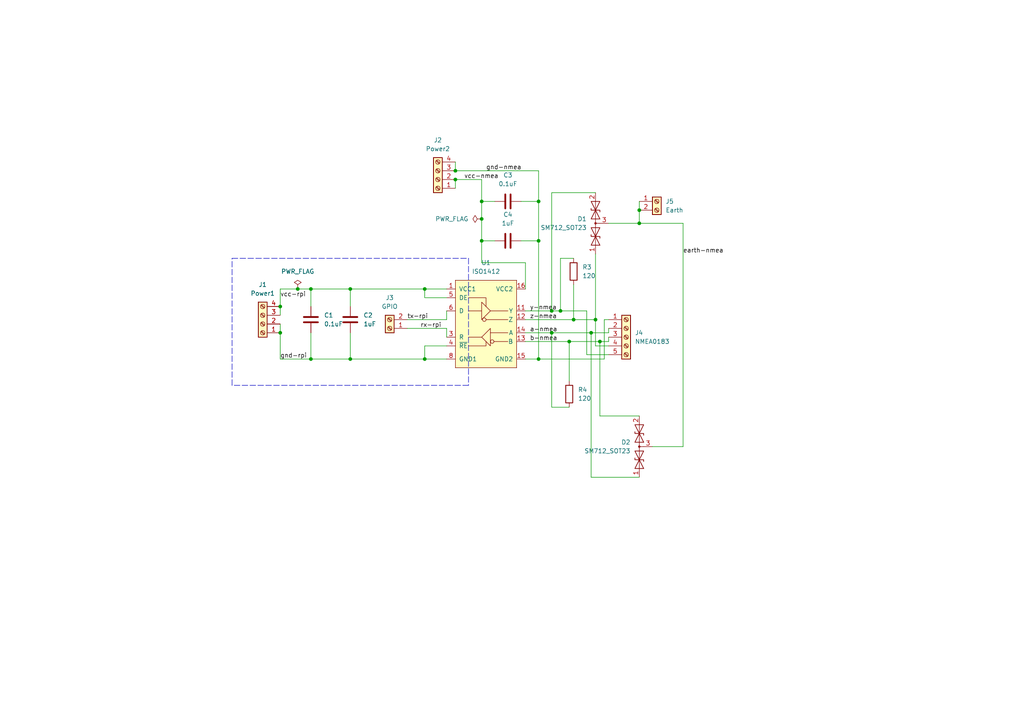
<source format=kicad_sch>
(kicad_sch (version 20211123) (generator eeschema)
  (paper "A4")
  (title_block (title "NMEA 0183 to TTL bridge") (rev "1.0"))
  (lib_symbols
    (symbol "Automated:ISO1412" (pin_names (offset 1.016))
      (property "Reference" "U" (at -8.89 13.97 0))
      (property "Value" "ISO1412" (at 0 -13.97 0))
      (symbol "ISO1412_0_1"
        (rectangle (start -8.89 12.7) (end 8.89 -12.7) (fill (type background)))
        (circle (center -0.508 1.27) (radius 0.508))
        (polyline (pts (xy 0 1.27) (xy 6.35 1.27)))
        (polyline (pts (xy 1.27 3.81) (xy 6.35 3.81)))
        (polyline (pts (xy -5.08 7.62) (xy 0 7.62) (xy 0 5.08)))
        (polyline (pts (xy -5.08 3.81) (xy -1.27 3.81) (xy -1.27 6.35) (xy 1.27 3.81) (xy -1.27 1.27) (xy -1.27 3.81)))
      )
      (symbol "ISO1412_1_1"
        (polyline (pts (xy -1.27 -3.81) (xy -5.08 -3.81)))
        (polyline (pts (xy 6.35 -5.08) (xy 2.286 -5.08)))
        (polyline (pts (xy 6.35 -2.54) (xy 1.27 -2.54)))
        (polyline (pts (xy -5.08 -6.35) (xy 0 -6.35) (xy 0 -5.08)))
        (polyline (pts (xy 1.27 -3.81) (xy 1.27 -6.35) (xy -1.27 -3.81) (xy 1.27 -1.27) (xy 1.27 -3.81)))
        (circle (center 1.778 -5.08) (radius 0.508))
        (pin power_in line (at -11.43 10.16 0) (length 2.54) (name "VCC1") (number "1"))
        (pin no_connect line (at 11.43 7.62 180) (length 2.54) hide (name "NC") (number "10"))
        (pin output line (at 11.43 3.81 180) (length 2.54) (name "Y") (number "11"))
        (pin output line (at 11.43 1.27 180) (length 2.54) (name "Z") (number "12"))
        (pin input line (at 11.43 -5.08 180) (length 2.54) (name "B") (number "13"))
        (pin input line (at 11.43 -2.54 180) (length 2.54) (name "A") (number "14"))
        (pin passive line (at 11.43 -10.16 180) (length 2.54) (name "GND2") (number "15"))
        (pin power_in line (at 11.43 10.16 180) (length 2.54) (name "VCC2") (number "16"))
        (pin passive line (at -11.43 -10.16 0) (length 2.54) hide (name "GND1") (number "2"))
        (pin output line (at -11.43 -3.81 0) (length 2.54) (name "R") (number "3"))
        (pin input line (at -11.43 -6.35 0) (length 2.54) (name "~{RE}") (number "4"))
        (pin input line (at -11.43 7.62 0) (length 2.54) (name "DE") (number "5"))
        (pin input line (at -11.43 3.81 0) (length 2.54) (name "D") (number "6"))
        (pin no_connect line (at -11.43 0 0) (length 2.54) hide (name "NC") (number "7"))
        (pin passive line (at -11.43 -10.16 0) (length 2.54) (name "GND1") (number "8"))
        (pin passive line (at 11.43 -10.16 180) (length 2.54) hide (name "GND2") (number "9"))
      )
    )
    (symbol "Connector:Screw_Terminal_01x02" (pin_names (offset 1.016) hide)
      (property "Reference" "J" (at 0 2.54 0))
      (property "Value" "Screw_Terminal_01x02" (at 0 -5.08 0))
      (symbol "Screw_Terminal_01x02_1_1"
        (rectangle (start -1.27 1.27) (end 1.27 -3.81) (stroke (width 0.254)) (fill (type background)))
        (circle (center 0 -2.54) (radius 0.635) (stroke (width 0.1524)))
        (polyline (pts (xy -0.5334 -2.2098) (xy 0.3302 -3.048)) (stroke (width 0.1524)))
        (polyline (pts (xy -0.5334 0.3302) (xy 0.3302 -0.508)) (stroke (width 0.1524)))
        (polyline (pts (xy -0.3556 -2.032) (xy 0.508 -2.8702)) (stroke (width 0.1524)))
        (polyline (pts (xy -0.3556 0.508) (xy 0.508 -0.3302)) (stroke (width 0.1524)))
        (circle (center 0 0) (radius 0.635) (stroke (width 0.1524)))
        (pin passive line (at -5.08 0 0) (length 3.81) (name "Pin_1") (number "1"))
        (pin passive line (at -5.08 -2.54 0) (length 3.81) (name "Pin_2") (number "2"))
      )
    )
    (symbol "Connector:Screw_Terminal_01x04" (pin_names (offset 1.016) hide)
      (property "Reference" "J" (at 0 5.08 0))
      (property "Value" "Screw_Terminal_01x04" (at 0 -7.62 0))
      (symbol "Screw_Terminal_01x04_1_1"
        (rectangle (start -1.27 3.81) (end 1.27 -6.35) (stroke (width 0.254)) (fill (type background)))
        (circle (center 0 -5.08) (radius 0.635) (stroke (width 0.1524)))
        (circle (center 0 -2.54) (radius 0.635) (stroke (width 0.1524)))
        (polyline (pts (xy -0.5334 -4.7498) (xy 0.3302 -5.588)) (stroke (width 0.1524)))
        (polyline (pts (xy -0.5334 -2.2098) (xy 0.3302 -3.048)) (stroke (width 0.1524)))
        (polyline (pts (xy -0.5334 0.3302) (xy 0.3302 -0.508)) (stroke (width 0.1524)))
        (polyline (pts (xy -0.5334 2.8702) (xy 0.3302 2.032)) (stroke (width 0.1524)))
        (polyline (pts (xy -0.3556 -4.572) (xy 0.508 -5.4102)) (stroke (width 0.1524)))
        (polyline (pts (xy -0.3556 -2.032) (xy 0.508 -2.8702)) (stroke (width 0.1524)))
        (polyline (pts (xy -0.3556 0.508) (xy 0.508 -0.3302)) (stroke (width 0.1524)))
        (polyline (pts (xy -0.3556 3.048) (xy 0.508 2.2098)) (stroke (width 0.1524)))
        (circle (center 0 0) (radius 0.635) (stroke (width 0.1524)))
        (circle (center 0 2.54) (radius 0.635) (stroke (width 0.1524)))
        (pin passive line (at -5.08 2.54 0) (length 3.81) (name "Pin_1") (number "1"))
        (pin passive line (at -5.08 0 0) (length 3.81) (name "Pin_2") (number "2"))
        (pin passive line (at -5.08 -2.54 0) (length 3.81) (name "Pin_3") (number "3"))
        (pin passive line (at -5.08 -5.08 0) (length 3.81) (name "Pin_4") (number "4"))
      )
    )
    (symbol "Connector:Screw_Terminal_01x05" (pin_names (offset 1.016) hide)
      (property "Reference" "J" (at 0 7.62 0))
      (property "Value" "Screw_Terminal_01x05" (at 0 -7.62 0))
      (symbol "Screw_Terminal_01x05_1_1"
        (rectangle (start -1.27 6.35) (end 1.27 -6.35) (stroke (width 0.254)) (fill (type background)))
        (circle (center 0 -5.08) (radius 0.635) (stroke (width 0.1524)))
        (circle (center 0 -2.54) (radius 0.635) (stroke (width 0.1524)))
        (polyline (pts (xy -0.5334 -4.7498) (xy 0.3302 -5.588)) (stroke (width 0.1524)))
        (polyline (pts (xy -0.5334 -2.2098) (xy 0.3302 -3.048)) (stroke (width 0.1524)))
        (polyline (pts (xy -0.5334 0.3302) (xy 0.3302 -0.508)) (stroke (width 0.1524)))
        (polyline (pts (xy -0.5334 2.8702) (xy 0.3302 2.032)) (stroke (width 0.1524)))
        (polyline (pts (xy -0.5334 5.4102) (xy 0.3302 4.572)) (stroke (width 0.1524)))
        (polyline (pts (xy -0.3556 -4.572) (xy 0.508 -5.4102)) (stroke (width 0.1524)))
        (polyline (pts (xy -0.3556 -2.032) (xy 0.508 -2.8702)) (stroke (width 0.1524)))
        (polyline (pts (xy -0.3556 0.508) (xy 0.508 -0.3302)) (stroke (width 0.1524)))
        (polyline (pts (xy -0.3556 3.048) (xy 0.508 2.2098)) (stroke (width 0.1524)))
        (polyline (pts (xy -0.3556 5.588) (xy 0.508 4.7498)) (stroke (width 0.1524)))
        (circle (center 0 0) (radius 0.635) (stroke (width 0.1524)))
        (circle (center 0 2.54) (radius 0.635) (stroke (width 0.1524)))
        (circle (center 0 5.08) (radius 0.635) (stroke (width 0.1524)))
        (pin passive line (at -5.08 5.08 0) (length 3.81) (name "Pin_1") (number "1"))
        (pin passive line (at -5.08 2.54 0) (length 3.81) (name "Pin_2") (number "2"))
        (pin passive line (at -5.08 0 0) (length 3.81) (name "Pin_3") (number "3"))
        (pin passive line (at -5.08 -2.54 0) (length 3.81) (name "Pin_4") (number "4"))
        (pin passive line (at -5.08 -5.08 0) (length 3.81) (name "Pin_5") (number "5"))
      )
    )
    (symbol "Device:C" (pin_numbers hide) (pin_names (offset 0.254))
      (property "Reference" "C" (at 0.635 2.54 0))
      (property "Value" "C" (at 0.635 -2.54 0))
      (symbol "C_0_1"
        (polyline (pts (xy -2.032 -0.762) (xy 2.032 -0.762)) (stroke (width 0.508)))
        (polyline (pts (xy -2.032 0.762) (xy 2.032 0.762)) (stroke (width 0.508)))
      )
      (symbol "C_1_1"
        (pin passive line (at 0 3.81 270) (length 2.794) (name "~") (number "1"))
        (pin passive line (at 0 -3.81 90) (length 2.794) (name "~") (number "2"))
      )
    )
    (symbol "Device:R" (pin_numbers hide) (pin_names (offset 0))
      (property "Reference" "R" (at 2.032 0 90))
      (property "Value" "R" (at 0 0 90))
      (symbol "R_0_1"
        (rectangle (start -1.016 -2.54) (end 1.016 2.54) (stroke (width 0.254)))
      )
      (symbol "R_1_1"
        (pin passive line (at 0 3.81 270) (length 1.27) (name "~") (number "1"))
        (pin passive line (at 0 -3.81 90) (length 1.27) (name "~") (number "2"))
      )
    )
    (symbol "Diode:SM712_SOT23" (pin_names (offset 1.016) hide)
      (property "Reference" "D" (at 0 4.445 0))
      (property "Value" "SM712_SOT23" (at 0 2.54 0))
      (symbol "SM712_SOT23_0_0"
        (polyline (pts (xy 0 -1.27) (xy 0 0)))
      )
      (symbol "SM712_SOT23_0_1"
        (polyline (pts (xy -6.35 0) (xy 6.35 0)))
        (polyline (pts (xy -3.302 1.27) (xy -3.81 1.27) (xy -3.81 -1.27) (xy -4.318 -1.27)) (stroke (width 0.2032)))
        (polyline (pts (xy 4.318 1.27) (xy 3.81 1.27) (xy 3.81 -1.27) (xy 3.302 -1.27)) (stroke (width 0.2032)))
        (polyline (pts (xy -6.35 -1.27) (xy -1.27 1.27) (xy -1.27 -1.27) (xy -6.35 1.27) (xy -6.35 -1.27)) (stroke (width 0.2032)))
        (polyline (pts (xy 1.27 -1.27) (xy 1.27 1.27) (xy 6.35 -1.27) (xy 6.35 1.27) (xy 1.27 -1.27)) (stroke (width 0.2032)))
        (circle (center 0 0) (radius 0.254) (fill (type outline)))
      )
      (symbol "SM712_SOT23_1_1"
        (pin passive line (at -8.89 0 0) (length 2.54) (name "A1") (number "1"))
        (pin passive line (at 8.89 0 180) (length 2.54) (name "A2") (number "2"))
        (pin input line (at 0 -3.81 90) (length 2.54) (name "common") (number "3"))
      )
    )
    (symbol "power:PWR_FLAG" (power) (pin_numbers hide) (pin_names (offset 0) hide)
      (property "Value" "PWR_FLAG" (at 0 3.81 0))
      (symbol "PWR_FLAG_0_0"
        (pin power_out line (at 0 0 90) (length 0) (name "pwr") (number "1"))
      )
      (symbol "PWR_FLAG_0_1"
        (polyline (pts (xy 0 0) (xy 0 1.27) (xy -1.016 1.905) (xy 0 2.54) (xy 1.016 1.905) (xy 0 1.27)))
      )
    )
  )
  (junction (at 139.7 58.42))
  (junction (at 86.36 83.82))
  (junction (at 165.1 99.06))
  (junction (at 162.56 90.17))
  (junction (at 156.21 69.85))
  (junction (at 123.19 83.82))
  (junction (at 160.02 90.17))
  (junction (at 81.28 96.52))
  (junction (at 185.42 64.77))
  (junction (at 132.08 49.53))
  (junction (at 101.6 83.82))
  (junction (at 81.28 88.9))
  (junction (at 166.37 92.71))
  (junction (at 123.19 104.14))
  (junction (at 101.6 104.14))
  (junction (at 185.42 60.96))
  (junction (at 139.7 69.85))
  (junction (at 132.08 52.07))
  (junction (at 173.99 99.06))
  (junction (at 156.21 58.42))
  (junction (at 171.45 96.52))
  (junction (at 172.72 92.71))
  (junction (at 139.7 63.5))
  (junction (at 156.21 104.14))
  (junction (at 90.17 104.14))
  (junction (at 90.17 83.82))
  (junction (at 160.02 96.52))
  (wire (pts (xy 81.28 96.52) (xy 81.28 93.98)))
  (wire (pts (xy 198.12 129.54) (xy 189.23 129.54)))
  (wire (pts (xy 162.56 90.17) (xy 162.56 74.93)))
  (wire (pts (xy 152.4 104.14) (xy 156.21 104.14)))
  (wire (pts (xy 139.7 58.42) (xy 143.51 58.42)))
  (wire (pts (xy 152.4 76.2) (xy 152.4 83.82)))
  (wire (pts (xy 198.12 64.77) (xy 198.12 129.54)))
  (wire (pts (xy 172.72 73.66) (xy 172.72 92.71)))
  (wire (pts (xy 101.6 104.14) (xy 90.17 104.14)))
  (wire (pts (xy 170.18 90.17) (xy 170.18 102.87)))
  (wire (pts (xy 160.02 118.11) (xy 165.1 118.11)))
  (wire (pts (xy 81.28 88.9) (xy 81.28 91.44)))
  (wire (pts (xy 123.19 104.14) (xy 123.19 100.33)))
  (wire (pts (xy 160.02 90.17) (xy 160.02 55.88)))
  (wire (pts (xy 173.99 99.06) (xy 176.53 99.06)))
  (wire (pts (xy 152.4 96.52) (xy 160.02 96.52)))
  (wire (pts (xy 166.37 92.71) (xy 172.72 92.71)))
  (wire (pts (xy 175.26 104.14) (xy 175.26 92.71)))
  (wire (pts (xy 139.7 52.07) (xy 139.7 58.42)))
  (wire (pts (xy 123.19 100.33) (xy 129.54 100.33)))
  (wire (pts (xy 86.36 83.82) (xy 90.17 83.82)))
  (wire (pts (xy 165.1 99.06) (xy 173.99 99.06)))
  (wire (pts (xy 160.02 96.52) (xy 160.02 118.11)))
  (wire (pts (xy 90.17 83.82) (xy 101.6 83.82)))
  (wire (pts (xy 170.18 102.87) (xy 176.53 102.87)))
  (wire (pts (xy 118.11 95.25) (xy 129.54 95.25)))
  (wire (pts (xy 139.7 69.85) (xy 143.51 69.85)))
  (wire (pts (xy 173.99 120.65) (xy 185.42 120.65)))
  (wire (pts (xy 132.08 49.53) (xy 156.21 49.53)))
  (wire (pts (xy 152.4 99.06) (xy 165.1 99.06)))
  (wire (pts (xy 81.28 104.14) (xy 90.17 104.14)))
  (polyline (pts (xy 67.31 111.76) (xy 67.31 74.93)))
  (wire (pts (xy 139.7 69.85) (xy 139.7 76.2)))
  (wire (pts (xy 151.13 69.85) (xy 156.21 69.85)))
  (wire (pts (xy 171.45 138.43) (xy 185.42 138.43)))
  (wire (pts (xy 129.54 92.71) (xy 129.54 90.17)))
  (wire (pts (xy 162.56 90.17) (xy 170.18 90.17)))
  (wire (pts (xy 173.99 99.06) (xy 173.99 120.65)))
  (wire (pts (xy 172.72 92.71) (xy 172.72 100.33)))
  (wire (pts (xy 162.56 74.93) (xy 166.37 74.93)))
  (wire (pts (xy 139.7 63.5) (xy 139.7 69.85)))
  (wire (pts (xy 101.6 96.52) (xy 101.6 104.14)))
  (wire (pts (xy 123.19 86.36) (xy 129.54 86.36)))
  (wire (pts (xy 176.53 96.52) (xy 176.53 95.25)))
  (wire (pts (xy 90.17 83.82) (xy 90.17 88.9)))
  (wire (pts (xy 118.11 92.71) (xy 129.54 92.71)))
  (wire (pts (xy 129.54 95.25) (xy 129.54 97.79)))
  (wire (pts (xy 156.21 49.53) (xy 156.21 58.42)))
  (wire (pts (xy 198.12 64.77) (xy 185.42 64.77)))
  (wire (pts (xy 160.02 96.52) (xy 171.45 96.52)))
  (wire (pts (xy 160.02 55.88) (xy 172.72 55.88)))
  (wire (pts (xy 165.1 99.06) (xy 165.1 110.49)))
  (wire (pts (xy 152.4 92.71) (xy 166.37 92.71)))
  (wire (pts (xy 185.42 58.42) (xy 185.42 60.96)))
  (wire (pts (xy 81.28 104.14) (xy 81.28 96.52)))
  (wire (pts (xy 132.08 52.07) (xy 132.08 54.61)))
  (wire (pts (xy 123.19 83.82) (xy 129.54 83.82)))
  (wire (pts (xy 160.02 90.17) (xy 162.56 90.17)))
  (wire (pts (xy 171.45 96.52) (xy 176.53 96.52)))
  (wire (pts (xy 101.6 83.82) (xy 101.6 88.9)))
  (wire (pts (xy 175.26 92.71) (xy 176.53 92.71)))
  (wire (pts (xy 172.72 100.33) (xy 176.53 100.33)))
  (wire (pts (xy 81.28 83.82) (xy 81.28 88.9)))
  (wire (pts (xy 139.7 58.42) (xy 139.7 63.5)))
  (polyline (pts (xy 135.89 74.93) (xy 135.89 111.76)))
  (wire (pts (xy 152.4 90.17) (xy 160.02 90.17)))
  (wire (pts (xy 185.42 60.96) (xy 185.42 64.77)))
  (wire (pts (xy 156.21 58.42) (xy 156.21 69.85)))
  (wire (pts (xy 176.53 64.77) (xy 185.42 64.77)))
  (wire (pts (xy 81.28 83.82) (xy 86.36 83.82)))
  (wire (pts (xy 132.08 52.07) (xy 139.7 52.07)))
  (polyline (pts (xy 67.31 74.93) (xy 135.89 74.93)))
  (wire (pts (xy 132.08 46.99) (xy 132.08 49.53)))
  (wire (pts (xy 101.6 104.14) (xy 123.19 104.14)))
  (wire (pts (xy 156.21 104.14) (xy 175.26 104.14)))
  (wire (pts (xy 156.21 69.85) (xy 156.21 104.14)))
  (wire (pts (xy 123.19 104.14) (xy 129.54 104.14)))
  (wire (pts (xy 176.53 99.06) (xy 176.53 97.79)))
  (wire (pts (xy 101.6 83.82) (xy 123.19 83.82)))
  (wire (pts (xy 90.17 96.52) (xy 90.17 104.14)))
  (wire (pts (xy 151.13 58.42) (xy 156.21 58.42)))
  (wire (pts (xy 123.19 83.82) (xy 123.19 86.36)))
  (wire (pts (xy 171.45 96.52) (xy 171.45 138.43)))
  (wire (pts (xy 139.7 76.2) (xy 152.4 76.2)))
  (polyline (pts (xy 135.89 111.76) (xy 67.31 111.76)))
  (wire (pts (xy 166.37 92.71) (xy 166.37 82.55)))
  (label "b-nmea" (at 153.67 99.06 0))
  (label "vcc-nmea" (at 134.62 52.07 0))
  (label "gnd-rpi" (at 81.28 104.14 0))
  (label "a-nmea" (at 153.67 96.52 0))
  (label "y-nmea" (at 153.67 90.17 0))
  (label "gnd-nmea" (at 140.97 49.53 0))
  (label "earth-nmea" (at 198.12 73.66 0))
  (label "tx-rpi" (at 118.11 92.71 0))
  (label "rx-rpi" (at 121.92 95.25 0))
  (label "z-nmea" (at 153.67 92.71 0))
  (label "vcc-rpi" (at 81.28 86.36 0))
  (symbol (lib_id "Diode:SM712_SOT23") (at 185.42 129.54 90) (unit 1)
    (property "Reference" "D2" (at 182.88 128.2699 90) (effects (justify left)))
    (property "Value" "SM712_SOT23" (at 182.88 130.8099 90) (effects (justify left)))
    (property "Footprint" "Package_TO_SOT_SMD:SOT-23" (effects hide))
    (property "Datasheet" "https://www.littelfuse.com/~/media/electronics/datasheets/tvs_diode_arrays/littelfuse_tvs_diode_array_sm712_datasheet.pdf.pdf" (effects hide))
  )
  (symbol (lib_id "Diode:SM712_SOT23") (at 172.72 64.77 90) (unit 1)
    (property "Reference" "D1" (at 170.18 63.4999 90) (effects (justify left)))
    (property "Value" "SM712_SOT23" (at 170.18 66.0399 90) (effects (justify left)))
    (property "Footprint" "Package_TO_SOT_SMD:SOT-23" (effects hide))
    (property "Datasheet" "https://www.littelfuse.com/~/media/electronics/datasheets/tvs_diode_arrays/littelfuse_tvs_diode_array_sm712_datasheet.pdf.pdf" (effects hide))
  )
  (symbol (lib_id "Device:R") (at 166.37 78.74 0) (unit 1)
    (property "Reference" "R3" (at 168.91 77.4699 0) (effects (justify left)))
    (property "Value" "120" (at 168.91 80.0099 0) (effects (justify left)))
    (property "Footprint" "Resistor_SMD:R_0603_1608Metric_Pad0.98x0.95mm_HandSolder" (effects hide))
  )
  (symbol (lib_id "Connector:Screw_Terminal_01x04") (at 127 52.07 180) (unit 1)
    (property "Reference" "J2" (at 127 40.64 0))
    (property "Value" "Power2" (at 127 43.18 0))
    (property "Footprint" "TerminalBlock_RND:TerminalBlock_RND_205-00003_1x04_P5.00mm_Horizontal" (effects hide))
  )
  (symbol (lib_id "Connector:Screw_Terminal_01x05") (at 181.61 97.79 0) (unit 1)
    (property "Reference" "J4" (at 184.15 96.5199 0) (effects (justify left)))
    (property "Value" "NMEA0183" (at 184.15 99.0599 0) (effects (justify left)))
    (property "Footprint" "TerminalBlock_RND:TerminalBlock_RND_205-00004_1x05_P5.00mm_Horizontal" (effects hide))
  )
  (symbol (lib_id "power:PWR_FLAG") (at 139.7 63.5 90) (unit 1)
    (property "Reference" "#FLG0102" (effects hide))
    (property "Value" "PWR_FLAG" (at 135.89 63.4999 90) (effects (justify left)))
  )
  (symbol (lib_id "Connector:Screw_Terminal_01x04") (at 76.2 93.98 180) (unit 1)
    (property "Reference" "J1" (at 76.2 82.55 0))
    (property "Value" "Power1" (at 76.2 85.09 0))
    (property "Footprint" "TerminalBlock_RND:TerminalBlock_RND_205-00003_1x04_P5.00mm_Horizontal" (effects hide))
  )
  (symbol (lib_id "Device:R") (at 165.1 114.3 0) (unit 1)
    (property "Reference" "R4" (at 167.64 113.0299 0) (effects (justify left)))
    (property "Value" "120" (at 167.64 115.5699 0) (effects (justify left)))
    (property "Footprint" "Resistor_SMD:R_0603_1608Metric_Pad0.98x0.95mm_HandSolder" (effects hide))
  )
  (symbol (lib_id "Device:C") (at 147.32 58.42 90) (unit 1)
    (property "Reference" "C3" (at 147.32 50.8 90))
    (property "Value" "0.1uF" (at 147.32 53.34 90))
    (property "Footprint" "Capacitor_SMD:C_0603_1608Metric_Pad1.08x0.95mm_HandSolder" (effects hide))
  )
  (symbol (lib_id "Automated:ISO1412") (at 140.97 93.98 0) (unit 1)
    (property "Reference" "U1" (at 140.97 76.2 0))
    (property "Value" "ISO1412" (at 140.97 78.74 0))
    (property "Footprint" "Package_SO:SOIC-16W_7.5x10.3mm_P1.27mm" (effects hide))
    (property "Datasheet" "http://www.ti.com/product/ISO1412" (effects hide))
  )
  (symbol (lib_id "Device:C") (at 90.17 92.71 0) (unit 1)
    (property "Reference" "C1" (at 93.98 91.4399 0) (effects (justify left)))
    (property "Value" "0.1uF" (at 93.98 93.9799 0) (effects (justify left)))
    (property "Footprint" "Capacitor_SMD:C_0603_1608Metric_Pad1.08x0.95mm_HandSolder" (effects hide))
  )
  (symbol (lib_id "Device:C") (at 101.6 92.71 0) (unit 1)
    (property "Reference" "C2" (at 105.41 91.4399 0) (effects (justify left)))
    (property "Value" "1uF" (at 105.41 93.9799 0) (effects (justify left)))
    (property "Footprint" "Capacitor_SMD:C_0603_1608Metric_Pad1.08x0.95mm_HandSolder" (effects hide))
  )
  (symbol (lib_id "Connector:Screw_Terminal_01x02") (at 113.03 95.25 180) (unit 1)
    (property "Reference" "J3" (at 113.03 86.36 0))
    (property "Value" "GPIO" (at 113.03 88.9 0))
    (property "Footprint" "TerminalBlock_RND:TerminalBlock_RND_205-00001_1x02_P5.00mm_Horizontal" (effects hide))
  )
  (symbol (lib_id "Connector:Screw_Terminal_01x02") (at 190.5 58.42 0) (unit 1)
    (property "Reference" "J5" (at 193.04 58.4199 0) (effects (justify left)))
    (property "Value" "Earth" (at 193.04 60.9599 0) (effects (justify left)))
    (property "Footprint" "TerminalBlock_RND:TerminalBlock_RND_205-00001_1x02_P5.00mm_Horizontal" (effects hide))
  )
  (symbol (lib_id "Device:C") (at 147.32 69.85 90) (unit 1)
    (property "Reference" "C4" (at 147.32 62.23 90))
    (property "Value" "1uF" (at 147.32 64.77 90))
    (property "Footprint" "Capacitor_SMD:C_0603_1608Metric_Pad1.08x0.95mm_HandSolder" (effects hide))
  )
  (symbol (lib_id "power:PWR_FLAG") (at 86.36 83.82 0) (unit 1)
    (property "Reference" "#FLG0101" (effects hide))
    (property "Value" "PWR_FLAG" (at 86.36 78.74 0))
  )
)
</source>
